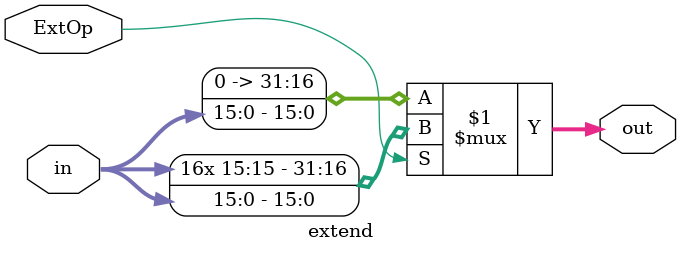
<source format=v>

module extend(
    input ExtOp,
    input [15:0] in,
    output [31:0] out
);
    assign out=ExtOp?{{16{in[15]}},in[15:0]}:{{16{1'b0}},in[15:0]};//Decide which kind of extend used
endmodule

</source>
